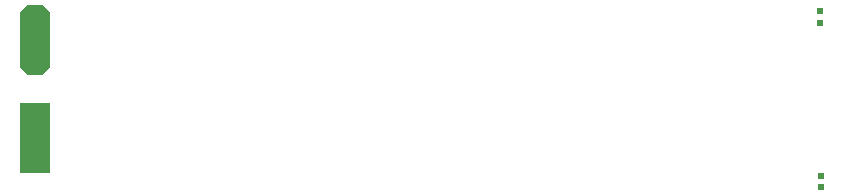
<source format=gbp>
G04 Layer_Color=128*
%FSLAX44Y44*%
%MOMM*%
G71*
G01*
G75*
%ADD55R,2.5000X6.0000*%
G04:AMPARAMS|DCode=56|XSize=2.5mm|YSize=6mm|CornerRadius=0mm|HoleSize=0mm|Usage=FLASHONLY|Rotation=180.000|XOffset=0mm|YOffset=0mm|HoleType=Round|Shape=Octagon|*
%AMOCTAGOND56*
4,1,8,0.6250,-3.0000,-0.6250,-3.0000,-1.2500,-2.3750,-1.2500,2.3750,-0.6250,3.0000,0.6250,3.0000,1.2500,2.3750,1.2500,-2.3750,0.6250,-3.0000,0.0*
%
%ADD56OCTAGOND56*%

%ADD57R,0.6000X0.6000*%
D55*
X40000Y40000D02*
D03*
D56*
Y122500D02*
D03*
D57*
X705818Y-1731D02*
D03*
Y7746D02*
D03*
X705000Y137233D02*
D03*
Y146709D02*
D03*
M02*

</source>
